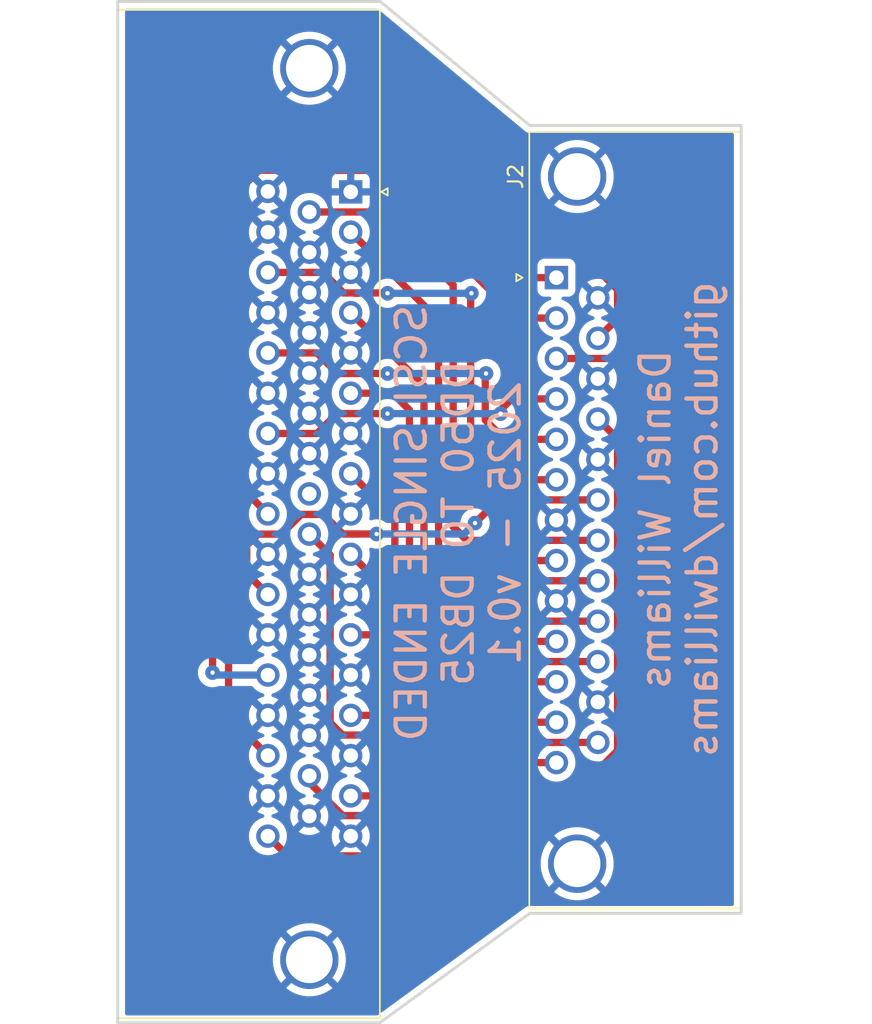
<source format=kicad_pcb>
(kicad_pcb (version 20241229) (generator "pcbnew") (generator_version "9.0")
  (title_block (title "SCSI SE DD50 to DB25") (date "2025-03-04") (rev "v0.1") (company "Daniel Williams") (comment 1 "Wired for Single Ended SCSI Only"))
  (layers (0 "F.Cu" signal) (2 "B.Cu" signal) (13 "F.Paste" user) (15 "B.Paste" user) (5 "F.SilkS" user "F.Silkscreen") (7 "B.SilkS" user "B.Silkscreen") (1 "F.Mask" user) (3 "B.Mask" user) (25 "Edge.Cuts" user))
  (net 0 "")
  (net 1 "/GND")
  (net 2 "/DATA_BUS_7")
  (net 3 "/DATA_BUS_5")
  (net 4 "/SELECT")
  (net 5 "/BUSY")
  (net 6 "/RESET")
  (net 7 "/DATA_BUS_PARITY")
  (net 8 "/ATTENTION")
  (net 9 "/TERM_POWER")
  (net 10 "/ACKNOWLEDGE")
  (net 11 "/IN{slash}OUT")
  (net 12 "/DATA_BUS_4")
  (net 13 "/COMMAND{slash}DATA")
  (net 14 "/DATA_BUS_6")
  (net 15 "/DATA_BUS_3")
  (net 17 "/DATA_BUS_0")
  (net 18 "/REQUEST")
  (net 19 "/DATA_BUS_1")
  (net 20 "/MESSAGE")
  (net 21 "/DATA_BUS_2")
  (footprint "Connector_Dsub:DSUB-25_Socket_Horizontal_P2.77x2.84mm_EdgePinOffset9.90mm_Housed_MountingHolesOffset11.32mm" (layer "F.Cu") (at 137.08 71.93 90)
    (property "Reference" "J2" (at 6.93 -2.8 90) (layer "F.SilkS"))
    (property "Value" "DB25_Socket_MountingHoles")
    (fp_line (start 0.25 -2.754338) (end 0 -2.321325) (stroke (width 0.12)) (layer "F.SilkS"))
    (fp_line (start -0.25 -2.754338) (end 0.25 -2.754338) (stroke (width 0.12)) (layer "F.SilkS"))
    (fp_line (start 0 -2.321325) (end -0.25 -2.754338) (stroke (width 0.12)) (layer "F.SilkS"))
    (fp_line (start 9.99 -1.86) (end 9.99 12.68) (stroke (width 0.12)) (layer "F.SilkS"))
    (fp_line (start -43.23 -1.86) (end 9.99 -1.86) (stroke (width 0.12)) (layer "F.SilkS"))
    (fp_line (start -43.23 12.68) (end -43.23 -1.86) (stroke (width 0.12)) (layer "F.SilkS"))
    (pad "0" thru_hole circle (at -40.17 1.42 90) (size 4 4) (drill 3.2) (layers "*.Cu" "*.Mask") (net 1 "/GND"))
    (pad "0" thru_hole circle (at 6.93 1.42 90) (size 4 4) (drill 3.2) (layers "*.Cu" "*.Mask") (net 1 "/GND"))
    (pad "1" thru_hole rect (at 0 0 90) (size 1.6 1.6) (drill 1) (layers "*.Cu" "*.Mask") (net 18 "/REQUEST"))
    (pad "2" thru_hole circle (at -2.77 0 90) (size 1.6 1.6) (drill 1) (layers "*.Cu" "*.Mask") (net 20 "/MESSAGE"))
    (pad "3" thru_hole circle (at -5.54 0 90) (size 1.6 1.6) (drill 1) (layers "*.Cu" "*.Mask") (net 11 "/IN{slash}OUT"))
    (pad "4" thru_hole circle (at -8.31 0 90) (size 1.6 1.6) (drill 1) (layers "*.Cu" "*.Mask") (net 6 "/RESET"))
    (pad "5" thru_hole circle (at -11.08 0 90) (size 1.6 1.6) (drill 1) (layers "*.Cu" "*.Mask") (net 10 "/ACKNOWLEDGE"))
    (pad "6" thru_hole circle (at -13.85 0 90) (size 1.6 1.6) (drill 1) (layers "*.Cu" "*.Mask") (net 5 "/BUSY"))
    (pad "7" thru_hole circle (at -16.62 0 90) (size 1.6 1.6) (drill 1) (layers "*.Cu" "*.Mask") (net 1 "/GND"))
    (pad "8" thru_hole circle (at -19.39 0 90) (size 1.6 1.6) (drill 1) (layers "*.Cu" "*.Mask") (net 17 "/DATA_BUS_0"))
    (pad "9" thru_hole circle (at -22.16 0 90) (size 1.6 1.6) (drill 1) (layers "*.Cu" "*.Mask") (net 1 "/GND"))
    (pad "10" thru_hole circle (at -24.93 0 90) (size 1.6 1.6) (drill 1) (layers "*.Cu" "*.Mask") (net 15 "/DATA_BUS_3"))
    (pad "11" thru_hole circle (at -27.7 0 90) (size 1.6 1.6) (drill 1) (layers "*.Cu" "*.Mask") (net 3 "/DATA_BUS_5"))
    (pad "12" thru_hole circle (at -30.47 0 90) (size 1.6 1.6) (drill 1) (layers "*.Cu" "*.Mask") (net 14 "/DATA_BUS_6"))
    (pad "13" thru_hole circle (at -33.24 0 90) (size 1.6 1.6) (drill 1) (layers "*.Cu" "*.Mask") (net 2 "/DATA_BUS_7"))
    (pad "14" thru_hole circle (at -1.385 2.84 90) (size 1.6 1.6) (drill 1) (layers "*.Cu" "*.Mask") (net 1 "/GND"))
    (pad "15" thru_hole circle (at -4.155 2.84 90) (size 1.6 1.6) (drill 1) (layers "*.Cu" "*.Mask") (net 13 "/COMMAND{slash}DATA"))
    (pad "16" thru_hole circle (at -6.925 2.84 90) (size 1.6 1.6) (drill 1) (layers "*.Cu" "*.Mask") (net 1 "/GND"))
    (pad "17" thru_hole circle (at -9.695 2.84 90) (size 1.6 1.6) (drill 1) (layers "*.Cu" "*.Mask") (net 8 "/ATTENTION"))
    (pad "18" thru_hole circle (at -12.465 2.84 90) (size 1.6 1.6) (drill 1) (layers "*.Cu" "*.Mask") (net 1 "/GND"))
    (pad "19" thru_hole circle (at -15.235 2.84 90) (size 1.6 1.6) (drill 1) (layers "*.Cu" "*.Mask") (net 4 "/SELECT"))
    (pad "20" thru_hole circle (at -18.005 2.84 90) (size 1.6 1.6) (drill 1) (layers "*.Cu" "*.Mask") (net 7 "/DATA_BUS_PARITY"))
    (pad "21" thru_hole circle (at -20.775 2.84 90) (size 1.6 1.6) (drill 1) (layers "*.Cu" "*.Mask") (net 19 "/DATA_BUS_1"))
    (pad "22" thru_hole circle (at -23.545 2.84 90) (size 1.6 1.6) (drill 1) (layers "*.Cu" "*.Mask") (net 21 "/DATA_BUS_2"))
    (pad "23" thru_hole circle (at -26.315 2.84 90) (size 1.6 1.6) (drill 1) (layers "*.Cu" "*.Mask") (net 12 "/DATA_BUS_4"))
    (pad "24" thru_hole circle (at -29.085 2.84 90) (size 1.6 1.6) (drill 1) (layers "*.Cu" "*.Mask") (net 1 "/GND"))
    (pad "25" thru_hole circle (at -31.855 2.84 90) (size 1.6 1.6) (drill 1) (layers "*.Cu" "*.Mask") (net 9 "/TERM_POWER"))
  )
  (footprint "dwilliams_connectors:DSUB-50_Male_Horizontal_P2.76x2.84mm_EdgePinOffset10.40mm_Housed_MountingHolesOffset13.24mm" (layer "F.Cu") (at 122.975 66.05 -90)
    (property "Reference" "J1" (hide yes))
    (property "Value" "DD50_Plug_MountingHoles")
    (fp_line (start -12.475 -2) (end -12.475 16.08) (stroke (width 0.12)) (layer "F.SilkS"))
    (fp_line (start -12.475 -2) (end 56.635 -2) (stroke (width 0.12)) (layer "F.SilkS"))
    (fp_line (start 56.635 -2) (end 56.635 16.08) (stroke (width 0.12)) (layer "F.SilkS"))
    (fp_line (start 0 -2.101325) (end -0.25 -2.534338) (stroke (width 0.12)) (layer "F.SilkS"))
    (fp_line (start -0.25 -2.534338) (end 0.25 -2.534338) (stroke (width 0.12)) (layer "F.SilkS"))
    (fp_line (start 0.25 -2.534338) (end 0 -2.101325) (stroke (width 0.12)) (layer "F.SilkS"))
    (pad "0" thru_hole circle (at -8.475 2.84 270) (size 4 4) (drill 3.2) (layers "*.Cu" "*.Mask") (net 1 "/GND"))
    (pad "0" thru_hole circle (at 52.635 2.84 270) (size 4 4) (drill 3.2) (layers "*.Cu" "*.Mask") (net 1 "/GND"))
    (pad "1" thru_hole rect (at 0 0 270) (size 1.6 1.6) (drill 1) (layers "*.Cu" "*.Mask") (net 1 "/GND"))
    (pad "2" thru_hole circle (at 2.76 0 270) (size 1.6 1.6) (drill 1) (layers "*.Cu" "*.Mask") (net 17 "/DATA_BUS_0"))
    (pad "3" thru_hole circle (at 5.52 0 270) (size 1.6 1.6) (drill 1) (layers "*.Cu" "*.Mask") (net 1 "/GND"))
    (pad "4" thru_hole circle (at 8.28 0 270) (size 1.6 1.6) (drill 1) (layers "*.Cu" "*.Mask") (net 19 "/DATA_BUS_1"))
    (pad "5" thru_hole circle (at 11.04 0 270) (size 1.6 1.6) (drill 1) (layers "*.Cu" "*.Mask") (net 1 "/GND"))
    (pad "6" thru_hole circle (at 13.8 0 270) (size 1.6 1.6) (drill 1) (layers "*.Cu" "*.Mask") (net 21 "/DATA_BUS_2"))
    (pad "7" thru_hole circle (at 16.56 0 270) (size 1.6 1.6) (drill 1) (layers "*.Cu" "*.Mask") (net 1 "/GND"))
    (pad "8" thru_hole circle (at 19.32 0 270) (size 1.6 1.6) (drill 1) (layers "*.Cu" "*.Mask") (net 15 "/DATA_BUS_3"))
    (pad "9" thru_hole circle (at 22.08 0 270) (size 1.6 1.6) (drill 1) (layers "*.Cu" "*.Mask") (net 1 "/GND"))
    (pad "10" thru_hole circle (at 24.84 0 270) (size 1.6 1.6) (drill 1) (layers "*.Cu" "*.Mask") (net 12 "/DATA_BUS_4"))
    (pad "11" thru_hole circle (at 27.6 0 270) (size 1.6 1.6) (drill 1) (layers "*.Cu" "*.Mask") (net 1 "/GND"))
    (pad "12" thru_hole circle (at 30.36 0 270) (size 1.6 1.6) (drill 1) (layers "*.Cu" "*.Mask") (net 3 "/DATA_BUS_5"))
    (pad "13" thru_hole circle (at 33.12 0 270) (size 1.6 1.6) (drill 1) (layers "*.Cu" "*.Mask") (net 1 "/GND"))
    (pad "14" thru_hole circle (at 35.88 0 270) (size 1.6 1.6) (drill 1) (layers "*.Cu" "*.Mask") (net 14 "/DATA_BUS_6"))
    (pad "15" thru_hole circle (at 38.64 0 270) (size 1.6 1.6) (drill 1) (layers "*.Cu" "*.Mask") (net 1 "/GND"))
    (pad "16" thru_hole circle (at 41.4 0 270) (size 1.6 1.6) (drill 1) (layers "*.Cu" "*.Mask") (net 2 "/DATA_BUS_7"))
    (pad "17" thru_hole circle (at 44.16 0 270) (size 1.6 1.6) (drill 1) (layers "*.Cu" "*.Mask") (net 1 "/GND"))
    (pad "18" thru_hole circle (at 1.38 2.84 270) (size 1.6 1.6) (drill 1) (layers "*.Cu" "*.Mask") (net 7 "/DATA_BUS_PARITY"))
    (pad "19" thru_hole circle (at 4.14 2.84 270) (size 1.6 1.6) (drill 1) (layers "*.Cu" "*.Mask") (net 1 "/GND"))
    (pad "20" thru_hole circle (at 6.9 2.84 270) (size 1.6 1.6) (drill 1) (layers "*.Cu" "*.Mask") (net 1 "/GND"))
    (pad "21" thru_hole circle (at 9.66 2.84 270) (size 1.6 1.6) (drill 1) (layers "*.Cu" "*.Mask") (net 1 "/GND"))
    (pad "22" thru_hole circle (at 12.42 2.84 270) (size 1.6 1.6) (drill 1) (layers "*.Cu" "*.Mask") (net 1 "/GND"))
    (pad "23" thru_hole circle (at 15.18 2.84 270) (size 1.6 1.6) (drill 1) (layers "*.Cu" "*.Mask") (net 1 "/GND"))
    (pad "24" thru_hole circle (at 17.94 2.84 270) (size 1.6 1.6) (drill 1) (layers "*.Cu" "*.Mask") (net 1 "/GND"))
    (pad "25" thru_hole circle (at 20.7 2.84 270) (size 1.6 1.6) (drill 1) (layers "*.Cu" "*.Mask"))
    (pad "26" thru_hole circle (at 23.46 2.84 270) (size 1.6 1.6) (drill 1) (layers "*.Cu" "*.Mask") (net 9 "/TERM_POWER"))
    (pad "27" thru_hole circle (at 26.22 2.84 270) (size 1.6 1.6) (drill 1) (layers "*.Cu" "*.Mask") (net 1 "/GND"))
    (pad "28" thru_hole circle (at 28.98 2.84 270) (size 1.6 1.6) (drill 1) (layers "*.Cu" "*.Mask") (net 1 "/GND"))
    (pad "29" thru_hole circle (at 31.74 2.84 270) (size 1.6 1.6) (drill 1) (layers "*.Cu" "*.Mask") (net 1 "/GND"))
    (pad "30" thru_hole circle (at 34.5 2.84 270) (size 1.6 1.6) (drill 1) (layers "*.Cu" "*.Mask") (net 1 "/GND"))
    (pad "31" thru_hole circle (at 37.26 2.84 270) (size 1.6 1.6) (drill 1) (layers "*.Cu" "*.Mask") (net 1 "/GND"))
    (pad "32" thru_hole circle (at 40.02 2.84 270) (size 1.6 1.6) (drill 1) (layers "*.Cu" "*.Mask") (net 8 "/ATTENTION"))
    (pad "33" thru_hole circle (at 42.78 2.84 270) (size 1.6 1.6) (drill 1) (layers "*.Cu" "*.Mask") (net 1 "/GND"))
    (pad "34" thru_hole circle (at -0.03 5.68 270) (size 1.6 1.6) (drill 1) (layers "*.Cu" "*.Mask") (net 1 "/GND"))
    (pad "35" thru_hole circle (at 2.76 5.68 270) (size 1.6 1.6) (drill 1) (layers "*.Cu" "*.Mask") (net 1 "/GND"))
    (pad "36" thru_hole circle (at 5.52 5.68 270) (size 1.6 1.6) (drill 1) (layers "*.Cu" "*.Mask") (net 5 "/BUSY"))
    (pad "37" thru_hole circle (at 8.28 5.68 270) (size 1.6 1.6) (drill 1) (layers "*.Cu" "*.Mask") (net 1 "/GND"))
    (pad "38" thru_hole circle (at 11.04 5.68 270) (size 1.6 1.6) (drill 1) (layers "*.Cu" "*.Mask") (net 10 "/ACKNOWLEDGE"))
    (pad "39" thru_hole circle (at 13.8 5.68 270) (size 1.6 1.6) (drill 1) (layers "*.Cu" "*.Mask") (net 1 "/GND"))
    (pad "40" thru_hole circle (at 16.56 5.68 270) (size 1.6 1.6) (drill 1) (layers "*.Cu" "*.Mask") (net 6 "/RESET"))
    (pad "41" thru_hole circle (at 19.32 5.68 270) (size 1.6 1.6) (drill 1) (layers "*.Cu" "*.Mask") (net 1 "/GND"))
    (pad "42" thru_hole circle (at 22.08 5.68 270) (size 1.6 1.6) (drill 1) (layers "*.Cu" "*.Mask") (net 20 "/MESSAGE"))
    (pad "43" thru_hole circle (at 24.84 5.68 270) (size 1.6 1.6) (drill 1) (layers "*.Cu" "*.Mask") (net 1 "/GND"))
    (pad "44" thru_hole circle (at 27.6 5.68 270) (size 1.6 1.6) (drill 1) (layers "*.Cu" "*.Mask") (net 4 "/SELECT"))
    (pad "45" thru_hole circle (at 30.36 5.68 270) (size 1.6 1.6) (drill 1) (layers "*.Cu" "*.Mask") (net 1 "/GND"))
    (pad "46" thru_hole circle (at 33.12 5.68 270) (size 1.6 1.6) (drill 1) (layers "*.Cu" "*.Mask") (net 13 "/COMMAND{slash}DATA"))
    (pad "47" thru_hole circle (at 35.88 5.68 270) (size 1.6 1.6) (drill 1) (layers "*.Cu" "*.Mask") (net 1 "/GND"))
    (pad "48" thru_hole circle (at 38.64 5.68 270) (size 1.6 1.6) (drill 1) (layers "*.Cu" "*.Mask") (net 18 "/REQUEST"))
    (pad "49" thru_hole circle (at 41.4 5.68 270) (size 1.6 1.6) (drill 1) (layers "*.Cu" "*.Mask") (net 1 "/GND"))
    (pad "50" thru_hole circle (at 44.16 5.68 270) (size 1.6 1.6) (drill 1) (layers "*.Cu" "*.Mask") (net 11 "/IN{slash}OUT"))
  )
  (gr_poly (pts (xy 107 53) (xy 125 53) (xy 135.25 61.5) (xy 149.75 61.5) (xy 149.75 115.5) (xy 135.25 115.5) (xy 124.975 123) (xy 107 123)) (stroke (width 0.2)) (fill no) (layer "Edge.Cuts"))
  (gr_text "Daniel Williams\ngithub.com/dwilliams" (at 148.25 88.5 90) (layer "B.SilkS") (effects (font (size 2 2) (thickness 0.3)) (justify bottom mirror)))
  (gr_text "SCSI SINGLE ENDED\nDD50 TO DB25\n2025 - v0.1" (at 134.75 88.75 90) (layer "B.SilkS") (effects (font (size 2 2) (thickness 0.3)) (justify bottom mirror)))
  (segment (start 122.975 107.45) (end 125 107.45) (width 0.5) (layer "F.Cu") (net 2))
  (segment (start 127.28 105.17) (end 125 107.45) (width 0.5) (layer "F.Cu") (net 2))
  (segment (start 137.08 105.17) (end 127.28 105.17) (width 0.5) (layer "F.Cu") (net 2))
  (segment (start 128.22 99.63) (end 125 96.41) (width 0.5) (layer "F.Cu") (net 3))
  (segment (start 137.08 99.63) (end 128.22 99.63) (width 0.5) (layer "F.Cu") (net 3))
  (segment (start 122.975 96.41) (end 125 96.41) (width 0.5) (layer "F.Cu") (net 3))
  (segment (start 128.285 99.695) (end 125 96.41) (width 0.5) (layer "F.Cu") (net 3))
  (segment (start 116.1975 92.5525) (end 116.044 92.399) (width 0.5) (layer "F.Cu") (net 4))
  (segment (start 115.844 92.199) (end 115.844 90.288976) (width 0.5) (layer "F.Cu") (net 4))
  (segment (start 116.1975 92.5525) (end 115.844 92.199) (width 0.5) (layer "F.Cu") (net 4))
  (segment (start 121.093397 88.159) (end 122.434397 89.5) (width 0.5) (layer "F.Cu") (net 4))
  (segment (start 122.434397 89.5) (end 123.5 89.5) (width 0.5) (layer "F.Cu") (net 4))
  (segment (start 117.295 93.65) (end 116.1975 92.5525) (width 0.5) (layer "F.Cu") (net 4))
  (segment (start 139.92 87.165) (end 133.085 87.165) (width 0.5) (layer "F.Cu") (net 4))
  (segment (start 122.575818 89.5) (end 123.5 89.5) (width 0.5) (layer "F.Cu") (net 4))
  (segment (start 133.085 87.165) (end 131.5 88.75) (width 0.5) (layer "F.Cu") (net 4))
  (segment (start 121.093397 88.159) (end 119.575397 88.159) (width 0.5) (layer "F.Cu") (net 4))
  (segment (start 116.622976 89.51) (end 118.224397 89.51) (width 0.5) (layer "F.Cu") (net 4))
  (segment (start 115.844 90.288976) (end 116.622976 89.51) (width 0.5) (layer "F.Cu") (net 4))
  (segment (start 123.5 89.5) (end 124.75 89.5) (width 0.5) (layer "F.Cu") (net 4))
  (segment (start 118.224397 89.51) (end 119.575397 88.159) (width 0.5) (layer "F.Cu") (net 4))
  (via (at 131.5 88.75) (size 1) (drill 0.3) (layers "F.Cu" "B.Cu") (net 4))
  (via (at 124.75 89.5) (size 1) (drill 0.3) (layers "F.Cu" "B.Cu") (net 4))
  (segment (start 130.75 89.5) (end 131.5 88.75) (width 0.5) (layer "B.Cu") (net 4))
  (segment (start 124.75 89.5) (end 130.75 89.5) (width 0.5) (layer "B.Cu") (net 4))
  (segment (start 131.25 73) (end 131.199 73.051) (width 0.5) (layer "F.Cu") (net 5))
  (segment (start 125.479 72.979) (end 125.5 73) (width 0.5) (layer "F.Cu") (net 5))
  (segment (start 137.08 85.78) (end 132.435 85.78) (width 0.5) (layer "F.Cu") (net 5))
  (segment (start 123.479 72.979) (end 123.5 73) (width 0.5) (layer "F.Cu") (net 5))
  (segment (start 117.295 71.57) (end 121.064397 71.57) (width 0.5) (layer "F.Cu") (net 5))
  (segment (start 132.435 85.78) (end 131.199 84.544) (width 0.5) (layer "F.Cu") (net 5))
  (segment (start 131.199 73.051) (end 131.199 84.544) (width 0.5) (layer "F.Cu") (net 5))
  (segment (start 123.5 73) (end 123.25 73) (width 0.5) (layer "F.Cu") (net 5))
  (segment (start 122.473397 72.979) (end 125.479 72.979) (width 0.5) (layer "F.Cu") (net 5))
  (segment (start 121.064397 71.57) (end 122.473397 72.979) (width 0.5) (layer "F.Cu") (net 5))
  (via (at 131.25 73) (size 1) (drill 0.3) (layers "F.Cu" "B.Cu") (net 5))
  (via (at 125.5 73) (size 1) (drill 0.3) (layers "F.Cu" "B.Cu") (net 5))
  (segment (start 131 73) (end 125.5 73) (width 0.5) (layer "B.Cu") (net 5))
  (segment (start 134.01 80.24) (end 137.08 80.24) (width 0.5) (layer "F.Cu") (net 6))
  (segment (start 122.025603 81.25) (end 125.5 81.25) (width 0.5) (layer "F.Cu") (net 6))
  (segment (start 133 81.25) (end 134.01 80.24) (width 0.5) (layer "F.Cu") (net 6))
  (segment (start 120.665603 82.61) (end 122.025603 81.25) (width 0.5) (layer "F.Cu") (net 6))
  (segment (start 117.295 82.61) (end 120.665603 82.61) (width 0.5) (layer "F.Cu") (net 6))
  (via (at 133.25 81.25) (size 1) (drill 0.3) (layers "F.Cu" "B.Cu") (net 6))
  (via (at 125.5 81.25) (size 1) (drill 0.3) (layers "F.Cu" "B.Cu") (net 6))
  (segment (start 133 81.25) (end 125.5 81.25) (width 0.5) (layer "B.Cu") (net 6))
  (segment (start 130 89) (end 131 90) (width 0.5) (layer "F.Cu") (net 7))
  (segment (start 125 67.43) (end 130 72.43) (width 0.5) (layer "F.Cu") (net 7))
  (segment (start 130.935 89.935) (end 130 89) (width 0.5) (layer "F.Cu") (net 7))
  (segment (start 120.135 67.43) (end 125 67.43) (width 0.5) (layer "F.Cu") (net 7))
  (segment (start 139.92 89.935) (end 130.935 89.935) (width 0.5) (layer "F.Cu") (net 7))
  (segment (start 130 72.43) (end 130 89) (width 0.5) (layer "F.Cu") (net 7))
  (segment (start 136.814602 108.801) (end 141.271 104.344603) (width 0.5) (layer "F.Cu") (net 8))
  (segment (start 122.415397 108.801) (end 120.135 106.520603) (width 0.5) (layer "F.Cu") (net 8))
  (segment (start 136.814602 108.801) (end 122.415397 108.801) (width 0.5) (layer "F.Cu") (net 8))
  (segment (start 122.415397 108.801) (end 120.135 106.520602) (width 0.5) (layer "F.Cu") (net 8))
  (segment (start 141.271 82.976) (end 139.92 81.625) (width 0.5) (layer "F.Cu") (net 8))
  (segment (start 141.271 104.344603) (end 141.271 82.976) (width 0.5) (layer "F.Cu") (net 8))
  (segment (start 124.931 103.281) (end 125.5 103.85) (width 0.5) (layer "F.Cu") (net 9))
  (segment (start 121.5625 102.428103) (end 122.415397 103.281) (width 0.5) (layer "F.Cu") (net 9))
  (segment (start 139.92 103.785) (end 125.435 103.785) (width 0.5) (layer "F.Cu") (net 9))
  (segment (start 122.415397 103.281) (end 124.931 103.281) (width 0.5) (layer "F.Cu") (net 9))
  (segment (start 121.5625 90.9375) (end 121.5625 102.428103) (width 0.5) (layer "F.Cu") (net 9))
  (segment (start 125.435 103.785) (end 124.931 103.281) (width 0.5) (layer "F.Cu") (net 9))
  (segment (start 120.135 89.51) (end 121.5625 90.9375) (width 0.5) (layer "F.Cu") (net 9))
  (segment (start 133.523661 83.01) (end 132.199 81.685339) (width 0.5) (layer "F.Cu") (net 10))
  (segment (start 132.199 78.551) (end 132.199 81.685339) (width 0.5) (layer "F.Cu") (net 10))
  (segment (start 122.075603 78.5) (end 125.5 78.5) (width 0.5) (layer "F.Cu") (net 10))
  (segment (start 132.25 78.5) (end 132.199 78.551) (width 0.5) (layer "F.Cu") (net 10))
  (segment (start 117.295 77.09) (end 120.665603 77.09) (width 0.5) (layer "F.Cu") (net 10))
  (segment (start 120.665603 77.09) (end 122.075603 78.5) (width 0.5) (layer "F.Cu") (net 10))
  (segment (start 137.08 83.01) (end 133.523661 83.01) (width 0.5) (layer "F.Cu") (net 10))
  (via (at 125.5 78.5) (size 1) (drill 0.3) (layers "F.Cu" "B.Cu") (net 10))
  (via (at 132.25 78.5) (size 1) (drill 0.3) (layers "F.Cu" "B.Cu") (net 10))
  (segment (start 132 78.5) (end 125.5 78.5) (width 0.5) (layer "B.Cu") (net 10))
  (segment (start 142.072 104.676388) (end 142.072 78.837) (width 0.5) (layer "F.Cu") (net 11))
  (segment (start 125.689 111.561) (end 118.646 111.561) (width 0.5) (layer "F.Cu") (net 11))
  (segment (start 127.315 109.935) (end 125.689 111.561) (width 0.5) (layer "F.Cu") (net 11))
  (segment (start 142.072 104.676388) (end 136.813388 109.935) (width 0.5) (layer "F.Cu") (net 11))
  (segment (start 142.072 78.837) (end 140.705 77.47) (width 0.5) (layer "F.Cu") (net 11))
  (segment (start 136.813388 109.935) (end 127.315 109.935) (width 0.5) (layer "F.Cu") (net 11))
  (segment (start 118.646 111.561) (end 117.295 110.21) (width 0.5) (layer "F.Cu") (net 11))
  (segment (start 140.705 77.47) (end 137.08 77.47) (width 0.5) (layer "F.Cu") (net 11))
  (segment (start 125 92.915) (end 122.975 90.89) (width 0.5) (layer "F.Cu") (net 12))
  (segment (start 128.31 98.31) (end 125 95) (width 0.5) (layer "F.Cu") (net 12))
  (segment (start 125 95) (end 125 92.915) (width 0.5) (layer "F.Cu") (net 12))
  (segment (start 139.92 98.245) (end 128.245 98.245) (width 0.5) (layer "F.Cu") (net 12))
  (segment (start 128.245 98.245) (end 125 95) (width 0.5) (layer "F.Cu") (net 12))
  (segment (start 139.92 76.085) (end 141.271 74.734) (width 0.5) (layer "F.Cu") (net 13))
  (segment (start 138.765602 70.25) (end 132.732999 70.25) (width 0.5) (layer "F.Cu") (net 13))
  (segment (start 132.732999 70.25) (end 125.25 62.767001) (width 0.5) (layer "F.Cu") (net 13))
  (segment (start 125.25 62.767001) (end 115.947563 62.767001) (width 0.5) (layer "F.Cu") (net 13))
  (segment (start 138.765602 70.25) (end 141.271 72.755397) (width 0.5) (layer "F.Cu") (net 13))
  (segment (start 115.947563 62.767001) (end 113.5 65.214564) (width 0.5) (layer "F.Cu") (net 13))
  (segment (start 141.271 74.734) (end 141.271 72.755397) (width 0.5) (layer "F.Cu") (net 13))
  (segment (start 113.5 65.214564) (end 113.5 99) (width 0.5) (layer "F.Cu") (net 13))
  (via (at 113.5 99) (size 1) (drill 0.3) (layers "F.Cu" "B.Cu") (net 13))
  (segment (start 113.67 99.17) (end 113.5 99) (width 0.5) (layer "B.Cu") (net 13))
  (segment (start 117.295 99.17) (end 113.67 99.17) (width 0.5) (layer "B.Cu") (net 13))
  (segment (start 137.08 102.4) (end 125.47 102.4) (width 0.5) (layer "F.Cu") (net 14))
  (segment (start 125.47 102.4) (end 125 101.93) (width 0.5) (layer "F.Cu") (net 14))
  (segment (start 125.535 102.465) (end 125 101.93) (width 0.5) (layer "F.Cu") (net 14))
  (segment (start 125 101.93) (end 122.975 101.93) (width 0.5) (layer "F.Cu") (net 14))
  (segment (start 128.36 96.86) (end 126 94.5) (width 0.5) (layer "F.Cu") (net 15))
  (segment (start 137.08 96.86) (end 128.36 96.86) (width 0.5) (layer "F.Cu") (net 15))
  (segment (start 128.425 96.925) (end 126 94.5) (width 0.5) (layer "F.Cu") (net 15))
  (segment (start 126 88.395) (end 122.975 85.37) (width 0.5) (layer "F.Cu") (net 15))
  (segment (start 126 94.5) (end 126 88.395) (width 0.5) (layer "F.Cu") (net 15))
  (segment (start 129 90.5) (end 129 74.835) (width 0.5) (layer "F.Cu") (net 17))
  (segment (start 129.885 91.385) (end 129 90.5) (width 0.5) (layer "F.Cu") (net 17))
  (segment (start 129.82 91.32) (end 129 90.5) (width 0.5) (layer "F.Cu") (net 17))
  (segment (start 122.975 68.81) (end 129 74.835) (width 0.5) (layer "F.Cu") (net 17))
  (segment (start 137.08 91.32) (end 129.82 91.32) (width 0.5) (layer "F.Cu") (net 17))
  (segment (start 116.32077 63.668) (end 114.599 65.38977) (width 0.5) (layer "F.Cu") (net 18))
  (segment (start 114.599 65.38977) (end 114.599 101.994) (width 0.5) (layer "F.Cu") (net 18))
  (segment (start 133.011999 71.93) (end 124.75 63.668001) (width 0.5) (layer "F.Cu") (net 18))
  (segment (start 124.75 63.668001) (end 116.32077 63.668) (width 0.5) (layer "F.Cu") (net 18))
  (segment (start 137.08 71.93) (end 133.011999 71.93) (width 0.5) (layer "F.Cu") (net 18))
  (segment (start 114.599 101.994) (end 117.295 104.69) (width 0.5) (layer "F.Cu") (net 18))
  (segment (start 128 79.355) (end 122.975 74.33) (width 0.5) (layer "F.Cu") (net 19))
  (segment (start 129.27 92.77) (end 128 91.5) (width 0.5) (layer "F.Cu") (net 19))
  (segment (start 129.205 92.705) (end 128 91.5) (width 0.5) (layer "F.Cu") (net 19))
  (segment (start 128 91.5) (end 128 79.355) (width 0.5) (layer "F.Cu") (net 19))
  (segment (start 139.92 92.705) (end 129.205 92.705) (width 0.5) (layer "F.Cu") (net 19))
  (segment (start 115.5 86.335) (end 117.295 88.13) (width 0.5) (layer "F.Cu") (net 20))
  (segment (start 122 64.569) (end 116.693976 64.569) (width 0.5) (layer "F.Cu") (net 20))
  (segment (start 134.436339 74.7) (end 124.305339 64.569) (width 0.5) (layer "F.Cu") (net 20))
  (segment (start 115.5 65.762976) (end 115.5 86.335) (width 0.5) (layer "F.Cu") (net 20))
  (segment (start 137.08 74.7) (end 134.436339 74.7) (width 0.5) (layer "F.Cu") (net 20))
  (segment (start 124.305339 64.569) (end 122 64.569) (width 0.5) (layer "F.Cu") (net 20))
  (segment (start 116.693976 64.569) (end 115.5 65.762976) (width 0.5) (layer "F.Cu") (net 20))
  (segment (start 122 64.569) (end 124.319 64.569) (width 0.5) (layer "F.Cu") (net 20))
  (segment (start 128.54 95.54) (end 127 94) (width 0.5) (layer "F.Cu") (net 21))
  (segment (start 127 94) (end 127 81) (width 0.5) (layer "F.Cu") (net 21))
  (segment (start 128.475 95.475) (end 127 94) (width 0.5) (layer "F.Cu") (net 21))
  (segment (start 127 81) (end 125.85 79.85) (width 0.5) (layer "F.Cu") (net 21))
  (segment (start 139.92 95.475) (end 128.475 95.475) (width 0.5) (layer "F.Cu") (net 21))
  (segment (start 125.85 79.85) (end 122.975 79.85) (width 0.5) (layer "F.Cu") (net 21))
  (zone (net 1) (net_name "/GND") (layer "B.Cu") (connect_pads (clearance 0.5)) (min_thickness 0.25) (fill yes (thermal_gap 0.5) (thermal_bridge_width 0.5))
    (polygon (pts (xy 107 53) (xy 125 53) (xy 135.25 61.5) (xy 149.75 61.5) (xy 149.75 115.5) (xy 135.25 115.5) (xy 125 123) (xy 107 123)))
  )
)
</source>
